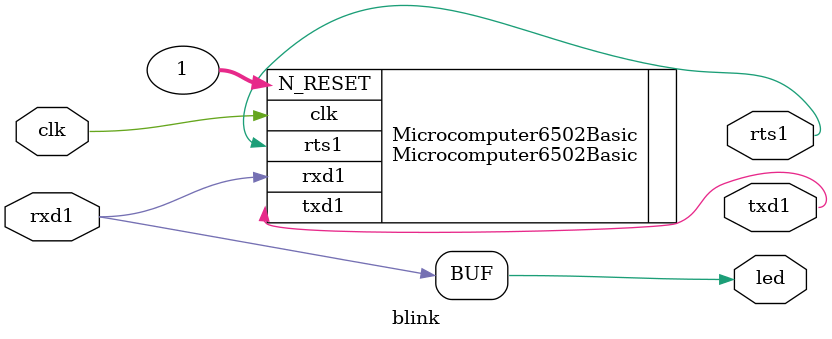
<source format=v>
module blink (clk, led, rxd1, txd1,rts1);

input clk;
output led;
output txd1;
input  rxd1;
output rts1; 

assign led = rxd1;



Microcomputer6502Basic Microcomputer6502Basic
(
  .N_RESET (1),
  .clk     (clk),
  .rxd1    (rxd1),
  .txd1    (txd1),
  .rts1    (rts1) 
);


endmodule
</source>
